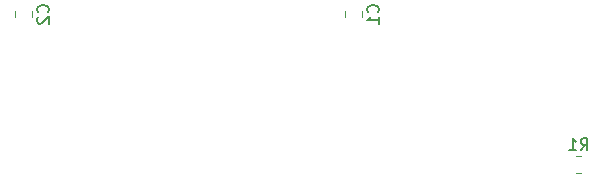
<source format=gbr>
%TF.GenerationSoftware,KiCad,Pcbnew,(5.1.8)-1*%
%TF.CreationDate,2022-10-23T00:45:01+03:00*%
%TF.ProjectId,MUX2x1,4d555832-7831-42e6-9b69-6361645f7063,rev?*%
%TF.SameCoordinates,Original*%
%TF.FileFunction,Legend,Bot*%
%TF.FilePolarity,Positive*%
%FSLAX46Y46*%
G04 Gerber Fmt 4.6, Leading zero omitted, Abs format (unit mm)*
G04 Created by KiCad (PCBNEW (5.1.8)-1) date 2022-10-23 00:45:01*
%MOMM*%
%LPD*%
G01*
G04 APERTURE LIST*
%ADD10C,0.120000*%
%ADD11C,0.150000*%
G04 APERTURE END LIST*
D10*
%TO.C,C1*%
X105945000Y-65031252D02*
X105945000Y-64508748D01*
X107415000Y-65031252D02*
X107415000Y-64508748D01*
%TO.C,R1*%
X125957064Y-78205000D02*
X125502936Y-78205000D01*
X125957064Y-76735000D02*
X125502936Y-76735000D01*
%TO.C,C2*%
X79475000Y-65031252D02*
X79475000Y-64508748D01*
X78005000Y-65031252D02*
X78005000Y-64508748D01*
%TO.C,C1*%
D11*
X108717142Y-64603333D02*
X108764761Y-64555714D01*
X108812380Y-64412857D01*
X108812380Y-64317619D01*
X108764761Y-64174761D01*
X108669523Y-64079523D01*
X108574285Y-64031904D01*
X108383809Y-63984285D01*
X108240952Y-63984285D01*
X108050476Y-64031904D01*
X107955238Y-64079523D01*
X107860000Y-64174761D01*
X107812380Y-64317619D01*
X107812380Y-64412857D01*
X107860000Y-64555714D01*
X107907619Y-64603333D01*
X108812380Y-65555714D02*
X108812380Y-64984285D01*
X108812380Y-65270000D02*
X107812380Y-65270000D01*
X107955238Y-65174761D01*
X108050476Y-65079523D01*
X108098095Y-64984285D01*
%TO.C,R1*%
X125896666Y-76272380D02*
X126230000Y-75796190D01*
X126468095Y-76272380D02*
X126468095Y-75272380D01*
X126087142Y-75272380D01*
X125991904Y-75320000D01*
X125944285Y-75367619D01*
X125896666Y-75462857D01*
X125896666Y-75605714D01*
X125944285Y-75700952D01*
X125991904Y-75748571D01*
X126087142Y-75796190D01*
X126468095Y-75796190D01*
X124944285Y-76272380D02*
X125515714Y-76272380D01*
X125230000Y-76272380D02*
X125230000Y-75272380D01*
X125325238Y-75415238D01*
X125420476Y-75510476D01*
X125515714Y-75558095D01*
%TO.C,C2*%
X80777142Y-64603333D02*
X80824761Y-64555714D01*
X80872380Y-64412857D01*
X80872380Y-64317619D01*
X80824761Y-64174761D01*
X80729523Y-64079523D01*
X80634285Y-64031904D01*
X80443809Y-63984285D01*
X80300952Y-63984285D01*
X80110476Y-64031904D01*
X80015238Y-64079523D01*
X79920000Y-64174761D01*
X79872380Y-64317619D01*
X79872380Y-64412857D01*
X79920000Y-64555714D01*
X79967619Y-64603333D01*
X79967619Y-64984285D02*
X79920000Y-65031904D01*
X79872380Y-65127142D01*
X79872380Y-65365238D01*
X79920000Y-65460476D01*
X79967619Y-65508095D01*
X80062857Y-65555714D01*
X80158095Y-65555714D01*
X80300952Y-65508095D01*
X80872380Y-64936666D01*
X80872380Y-65555714D01*
%TD*%
M02*

</source>
